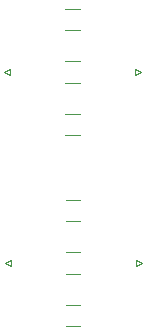
<source format=gto>
%MOIN*%
%OFA0B0*%
%FSLAX46Y46*%
%IPPOS*%
%LPD*%
%ADD10C,0.0047244094488188976*%
%ADD21C,0.0047244094488188976*%
%LPD*%
G01*
D10*
X0000376296Y0000485826D02*
X0000423703Y0000485826D01*
X0000376296Y0000414173D02*
X0000423703Y0000414173D01*
X0000423703Y0000310826D02*
X0000376296Y0000310826D01*
X0000423703Y0000239173D02*
X0000376296Y0000239173D01*
X0000423703Y0000064173D02*
X0000376296Y0000064173D01*
X0000423703Y0000135826D02*
X0000376296Y0000135826D01*
X0000171976Y0000274999D02*
X0000191661Y0000265157D01*
X0000191661Y0000265157D02*
X0000191661Y0000284842D01*
X0000191661Y0000284842D02*
X0000171976Y0000274999D01*
X0000608338Y0000264157D02*
X0000628023Y0000273999D01*
X0000608338Y0000283842D02*
X0000608338Y0000264157D01*
X0000628023Y0000273999D02*
X0000608338Y0000283842D01*
G04 next file*
%LPD*%
G04 Gerber Fmt 4.6, Leading zero omitted, Abs format (unit mm)*
G04 Created by KiCad (PCBNEW (5.1.10)-1) date 2021-10-03 13:09:16*
G01*
G04 APERTURE LIST*
G04 APERTURE END LIST*
D21*
X0000373934Y0001122440D02*
X0000421341Y0001122440D01*
X0000373934Y0001050787D02*
X0000421341Y0001050787D01*
X0000421341Y0000947440D02*
X0000373934Y0000947440D01*
X0000421341Y0000875787D02*
X0000373934Y0000875787D01*
X0000421341Y0000700787D02*
X0000373934Y0000700787D01*
X0000421341Y0000772440D02*
X0000373934Y0000772440D01*
X0000169614Y0000911614D02*
X0000189299Y0000901771D01*
X0000189299Y0000901771D02*
X0000189299Y0000921456D01*
X0000189299Y0000921456D02*
X0000169614Y0000911614D01*
X0000605976Y0000900771D02*
X0000625661Y0000910614D01*
X0000605976Y0000920456D02*
X0000605976Y0000900771D01*
X0000625661Y0000910614D02*
X0000605976Y0000920456D01*
M02*
</source>
